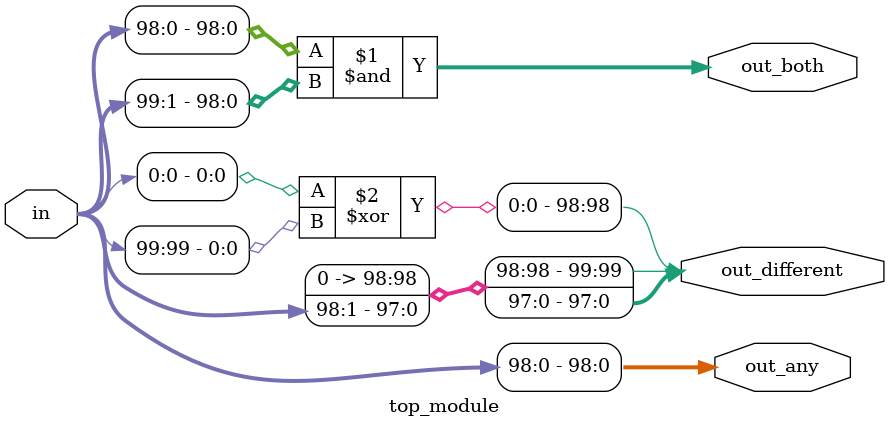
<source format=sv>
module top_module (
  input [99:0] in,
  output [98:0] out_both,
  output [99:1] out_any,
  output [99:0] out_different
);

  assign out_both = in[98:0] & in[99:1];
  assign out_any = in;
  assign out_different = {in[0] ^ in[99], in[98:1]};

endmodule

</source>
